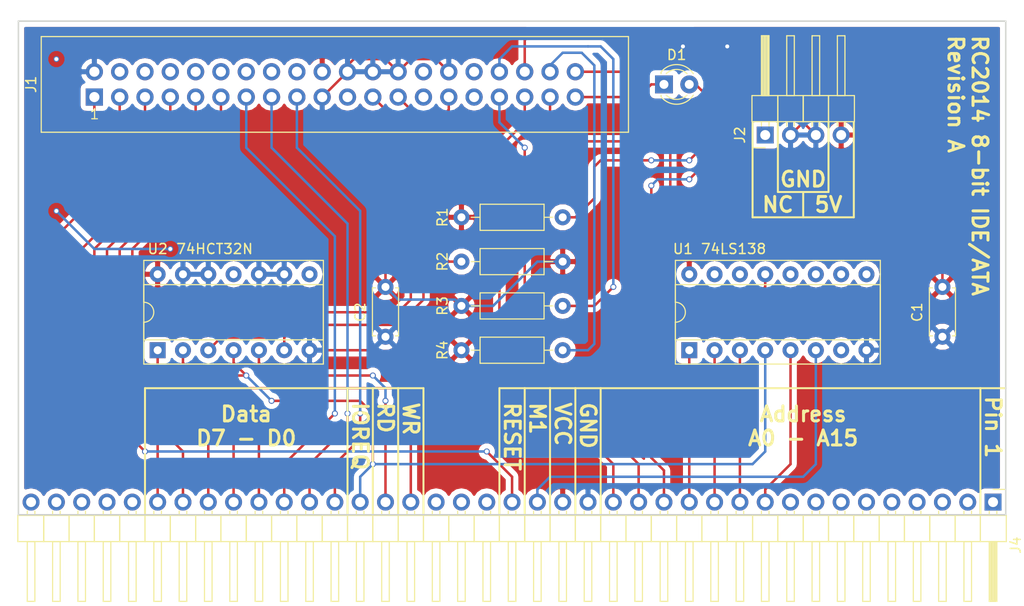
<source format=kicad_pcb>
(kicad_pcb (version 4) (host pcbnew 4.0.6)
  (layers (0 F.Cu signal) (31 B.Cu signal) (34 B.Paste user) (35 F.Paste user) (36 B.SilkS user) (37 F.SilkS user) (38 B.Mask user) (39 F.Mask user) (44 Edge.Cuts user))
  (net 0 "")
  (net 1 VCC)
  (net 2 GND)
  (net 3 BUSY)
  (net 4 "Net-(D1-Pad2)")
  (net 5 A3)
  (net 6 A4)
  (net 7 A5)
  (net 8 A6)
  (net 9 IOREQ)
  (net 10 PORT16)
  (net 11 M1)
  (net 12 RESET)
  (net 13 D0)
  (net 14 D1)
  (net 15 D2)
  (net 16 D3)
  (net 17 D4)
  (net 18 D5)
  (net 19 D6)
  (net 20 D7)
  (net 21 WR)
  (net 22 RD)
  (net 23 "Net-(J1-Pad29)")
  (net 24 A1)
  (net 25 "Net-(J1-Pad34)")
  (net 26 A0)
  (net 27 A2)
  (net 28 "Net-(J1-Pad38)")
  (net 29 /IOWR)
  (net 30 /IORD)
  (module Capacitors_THT:C_Disc_D4.7mm_W2.5mm_P5.00mm (layer F.Cu) (at 209.55 111.76 270)
    (fp_text reference C1 (at 2.54 2.54 270) (layer F.SilkS))
    (fp_text value 100nF)
    (pad 1 thru_hole circle (at 0 0 270) (size 1.6 1.6) (drill 0.8) (layers *.Cu *.Mask) (net 1 VCC))
    (pad 2 thru_hole circle (at 5 0 270) (size 1.6 1.6) (drill 0.8) (layers *.Cu *.Mask) (net 2 GND))
  )
  (module Connectors:IDC_Header_Straight_40pins (layer F.Cu) (at 124.46 92.71)
    (fp_text reference J1 (at -6.35 -1.27 90) (layer F.SilkS))
    (fp_text value CONN_02X20)
    (fp_text user 1 (at 0.02 1.72) (layer F.SilkS) (effects (font (thickness 0.12))))
    (pad 1 thru_hole rect (at 0 0) (size 1.7272 1.7272) (drill 1.016) (layers *.Cu *.Mask) (net 12 RESET))
    (pad 2 thru_hole oval (at 0 -2.54) (size 1.7272 1.7272) (drill 1.016) (layers *.Cu *.Mask) (net 2 GND))
    (pad 3 thru_hole oval (at 2.54 0) (size 1.7272 1.7272) (drill 1.016) (layers *.Cu *.Mask) (net 20 D7))
    (pad 4 thru_hole oval (at 2.54 -2.54) (size 1.7272 1.7272) (drill 1.016) (layers *.Cu *.Mask))
    (pad 5 thru_hole oval (at 5.08 0) (size 1.7272 1.7272) (drill 1.016) (layers *.Cu *.Mask) (net 19 D6))
    (pad 6 thru_hole oval (at 5.08 -2.54) (size 1.7272 1.7272) (drill 1.016) (layers *.Cu *.Mask))
    (pad 7 thru_hole oval (at 7.62 0) (size 1.7272 1.7272) (drill 1.016) (layers *.Cu *.Mask) (net 18 D5))
    (pad 8 thru_hole oval (at 7.62 -2.54) (size 1.7272 1.7272) (drill 1.016) (layers *.Cu *.Mask))
    (pad 9 thru_hole oval (at 10.16 0) (size 1.7272 1.7272) (drill 1.016) (layers *.Cu *.Mask) (net 17 D4))
    (pad 10 thru_hole oval (at 10.16 -2.54) (size 1.7272 1.7272) (drill 1.016) (layers *.Cu *.Mask))
    (pad 11 thru_hole oval (at 12.7 0) (size 1.7272 1.7272) (drill 1.016) (layers *.Cu *.Mask) (net 16 D3))
    (pad 12 thru_hole oval (at 12.7 -2.54) (size 1.7272 1.7272) (drill 1.016) (layers *.Cu *.Mask))
    (pad 13 thru_hole oval (at 15.24 0) (size 1.7272 1.7272) (drill 1.016) (layers *.Cu *.Mask) (net 15 D2))
    (pad 14 thru_hole oval (at 15.24 -2.54) (size 1.7272 1.7272) (drill 1.016) (layers *.Cu *.Mask))
    (pad 15 thru_hole oval (at 17.78 0) (size 1.7272 1.7272) (drill 1.016) (layers *.Cu *.Mask) (net 14 D1))
    (pad 16 thru_hole oval (at 17.78 -2.54) (size 1.7272 1.7272) (drill 1.016) (layers *.Cu *.Mask))
    (pad 17 thru_hole oval (at 20.32 0) (size 1.7272 1.7272) (drill 1.016) (layers *.Cu *.Mask) (net 13 D0))
    (pad 18 thru_hole oval (at 20.32 -2.54) (size 1.7272 1.7272) (drill 1.016) (layers *.Cu *.Mask))
    (pad 19 thru_hole oval (at 22.86 0) (size 1.7272 1.7272) (drill 1.016) (layers *.Cu *.Mask) (net 2 GND))
    (pad 20 thru_hole oval (at 22.86 -2.54) (size 1.7272 1.7272) (drill 1.016) (layers *.Cu *.Mask) (net 1 VCC))
    (pad 21 thru_hole oval (at 25.4 0) (size 1.7272 1.7272) (drill 1.016) (layers *.Cu *.Mask))
    (pad 22 thru_hole oval (at 25.4 -2.54) (size 1.7272 1.7272) (drill 1.016) (layers *.Cu *.Mask) (net 2 GND))
    (pad 23 thru_hole oval (at 27.94 0) (size 1.7272 1.7272) (drill 1.016) (layers *.Cu *.Mask) (net 29 /IOWR))
    (pad 24 thru_hole oval (at 27.94 -2.54) (size 1.7272 1.7272) (drill 1.016) (layers *.Cu *.Mask) (net 2 GND))
    (pad 25 thru_hole oval (at 30.48 0) (size 1.7272 1.7272) (drill 1.016) (layers *.Cu *.Mask) (net 30 /IORD))
    (pad 26 thru_hole oval (at 30.48 -2.54) (size 1.7272 1.7272) (drill 1.016) (layers *.Cu *.Mask) (net 2 GND))
    (pad 27 thru_hole oval (at 33.02 0) (size 1.7272 1.7272) (drill 1.016) (layers *.Cu *.Mask))
    (pad 28 thru_hole oval (at 33.02 -2.54) (size 1.7272 1.7272) (drill 1.016) (layers *.Cu *.Mask))
    (pad 29 thru_hole oval (at 35.56 0) (size 1.7272 1.7272) (drill 1.016) (layers *.Cu *.Mask) (net 23 "Net-(J1-Pad29)"))
    (pad 30 thru_hole oval (at 35.56 -2.54) (size 1.7272 1.7272) (drill 1.016) (layers *.Cu *.Mask) (net 2 GND))
    (pad 31 thru_hole oval (at 38.1 0) (size 1.7272 1.7272) (drill 1.016) (layers *.Cu *.Mask))
    (pad 32 thru_hole oval (at 38.1 -2.54) (size 1.7272 1.7272) (drill 1.016) (layers *.Cu *.Mask))
    (pad 33 thru_hole oval (at 40.64 0) (size 1.7272 1.7272) (drill 1.016) (layers *.Cu *.Mask) (net 24 A1))
    (pad 34 thru_hole oval (at 40.64 -2.54) (size 1.7272 1.7272) (drill 1.016) (layers *.Cu *.Mask) (net 25 "Net-(J1-Pad34)"))
    (pad 35 thru_hole oval (at 43.18 0) (size 1.7272 1.7272) (drill 1.016) (layers *.Cu *.Mask) (net 26 A0))
    (pad 36 thru_hole oval (at 43.18 -2.54) (size 1.7272 1.7272) (drill 1.016) (layers *.Cu *.Mask) (net 27 A2))
    (pad 37 thru_hole oval (at 45.72 0) (size 1.7272 1.7272) (drill 1.016) (layers *.Cu *.Mask) (net 10 PORT16))
    (pad 38 thru_hole oval (at 45.72 -2.54) (size 1.7272 1.7272) (drill 1.016) (layers *.Cu *.Mask) (net 28 "Net-(J1-Pad38)"))
    (pad 39 thru_hole oval (at 48.26 0) (size 1.7272 1.7272) (drill 1.016) (layers *.Cu *.Mask) (net 3 BUSY))
    (pad 40 thru_hole oval (at 48.26 -2.54) (size 1.7272 1.7272) (drill 1.016) (layers *.Cu *.Mask) (net 2 GND))
  )
  (module Pin_Headers:Pin_Header_Angled_1x04_Pitch2.54mm (layer F.Cu) (at 191.77 96.52 90)
    (fp_text reference J2 (at 0 -2.54 90) (layer F.SilkS))
    (fp_text value "Device power")
    (pad 1 thru_hole rect (at 0 0 90) (size 1.7 1.7) (drill 1) (layers *.Cu *.Mask))
    (pad 2 thru_hole oval (at 0 2.54 90) (size 1.7 1.7) (drill 1) (layers *.Cu *.Mask) (net 2 GND))
    (pad 3 thru_hole oval (at 0 5.08 90) (size 1.7 1.7) (drill 1) (layers *.Cu *.Mask) (net 2 GND))
    (pad 4 thru_hole oval (at 0 7.62 90) (size 1.7 1.7) (drill 1) (layers *.Cu *.Mask) (net 1 VCC))
  )
  (module Pin_Headers:Pin_Header_Angled_1x39_Pitch2.54mm (layer F.Cu) (at 214.63 133.35 270)
    (fp_text reference J4 (at 4.315 -2.27 270) (layer F.SilkS))
    (fp_text value CONN_01X39)
    (pad 1 thru_hole rect (at 0 0 270) (size 1.7 1.7) (drill 1) (layers *.Cu *.Mask))
    (pad 2 thru_hole oval (at 0 2.54 270) (size 1.7 1.7) (drill 1) (layers *.Cu *.Mask))
    (pad 3 thru_hole oval (at 0 5.08 270) (size 1.7 1.7) (drill 1) (layers *.Cu *.Mask))
    (pad 4 thru_hole oval (at 0 7.62 270) (size 1.7 1.7) (drill 1) (layers *.Cu *.Mask))
    (pad 5 thru_hole oval (at 0 10.16 270) (size 1.7 1.7) (drill 1) (layers *.Cu *.Mask))
    (pad 6 thru_hole oval (at 0 12.7 270) (size 1.7 1.7) (drill 1) (layers *.Cu *.Mask))
    (pad 7 thru_hole oval (at 0 15.24 270) (size 1.7 1.7) (drill 1) (layers *.Cu *.Mask))
    (pad 8 thru_hole oval (at 0 17.78 270) (size 1.7 1.7) (drill 1) (layers *.Cu *.Mask))
    (pad 9 thru_hole oval (at 0 20.32 270) (size 1.7 1.7) (drill 1) (layers *.Cu *.Mask))
    (pad 10 thru_hole oval (at 0 22.86 270) (size 1.7 1.7) (drill 1) (layers *.Cu *.Mask) (net 8 A6))
    (pad 11 thru_hole oval (at 0 25.4 270) (size 1.7 1.7) (drill 1) (layers *.Cu *.Mask) (net 7 A5))
    (pad 12 thru_hole oval (at 0 27.94 270) (size 1.7 1.7) (drill 1) (layers *.Cu *.Mask) (net 6 A4))
    (pad 13 thru_hole oval (at 0 30.48 270) (size 1.7 1.7) (drill 1) (layers *.Cu *.Mask) (net 5 A3))
    (pad 14 thru_hole oval (at 0 33.02 270) (size 1.7 1.7) (drill 1) (layers *.Cu *.Mask) (net 27 A2))
    (pad 15 thru_hole oval (at 0 35.56 270) (size 1.7 1.7) (drill 1) (layers *.Cu *.Mask) (net 24 A1))
    (pad 16 thru_hole oval (at 0 38.1 270) (size 1.7 1.7) (drill 1) (layers *.Cu *.Mask) (net 26 A0))
    (pad 17 thru_hole oval (at 0 40.64 270) (size 1.7 1.7) (drill 1) (layers *.Cu *.Mask) (net 2 GND))
    (pad 18 thru_hole oval (at 0 43.18 270) (size 1.7 1.7) (drill 1) (layers *.Cu *.Mask) (net 1 VCC))
    (pad 19 thru_hole oval (at 0 45.72 270) (size 1.7 1.7) (drill 1) (layers *.Cu *.Mask) (net 11 M1))
    (pad 20 thru_hole oval (at 0 48.26 270) (size 1.7 1.7) (drill 1) (layers *.Cu *.Mask) (net 12 RESET))
    (pad 21 thru_hole oval (at 0 50.8 270) (size 1.7 1.7) (drill 1) (layers *.Cu *.Mask))
    (pad 22 thru_hole oval (at 0 53.34 270) (size 1.7 1.7) (drill 1) (layers *.Cu *.Mask))
    (pad 23 thru_hole oval (at 0 55.88 270) (size 1.7 1.7) (drill 1) (layers *.Cu *.Mask))
    (pad 24 thru_hole oval (at 0 58.42 270) (size 1.7 1.7) (drill 1) (layers *.Cu *.Mask) (net 21 WR))
    (pad 25 thru_hole oval (at 0 60.96 270) (size 1.7 1.7) (drill 1) (layers *.Cu *.Mask) (net 22 RD))
    (pad 26 thru_hole oval (at 0 63.5 270) (size 1.7 1.7) (drill 1) (layers *.Cu *.Mask) (net 9 IOREQ))
    (pad 27 thru_hole oval (at 0 66.04 270) (size 1.7 1.7) (drill 1) (layers *.Cu *.Mask) (net 13 D0))
    (pad 28 thru_hole oval (at 0 68.58 270) (size 1.7 1.7) (drill 1) (layers *.Cu *.Mask) (net 14 D1))
    (pad 29 thru_hole oval (at 0 71.12 270) (size 1.7 1.7) (drill 1) (layers *.Cu *.Mask) (net 15 D2))
    (pad 30 thru_hole oval (at 0 73.66 270) (size 1.7 1.7) (drill 1) (layers *.Cu *.Mask) (net 16 D3))
    (pad 31 thru_hole oval (at 0 76.2 270) (size 1.7 1.7) (drill 1) (layers *.Cu *.Mask) (net 17 D4))
    (pad 32 thru_hole oval (at 0 78.74 270) (size 1.7 1.7) (drill 1) (layers *.Cu *.Mask) (net 18 D5))
    (pad 33 thru_hole oval (at 0 81.28 270) (size 1.7 1.7) (drill 1) (layers *.Cu *.Mask) (net 19 D6))
    (pad 34 thru_hole oval (at 0 83.82 270) (size 1.7 1.7) (drill 1) (layers *.Cu *.Mask) (net 20 D7))
    (pad 35 thru_hole oval (at 0 86.36 270) (size 1.7 1.7) (drill 1) (layers *.Cu *.Mask))
    (pad 36 thru_hole oval (at 0 88.9 270) (size 1.7 1.7) (drill 1) (layers *.Cu *.Mask))
    (pad 37 thru_hole oval (at 0 91.44 270) (size 1.7 1.7) (drill 1) (layers *.Cu *.Mask))
    (pad 38 thru_hole oval (at 0 93.98 270) (size 1.7 1.7) (drill 1) (layers *.Cu *.Mask))
    (pad 39 thru_hole oval (at 0 96.52 270) (size 1.7 1.7) (drill 1) (layers *.Cu *.Mask))
  )
  (module Resistors_THT:R_Axial_DIN0207_L6.3mm_D2.5mm_P10.16mm_Horizontal (layer F.Cu) (at 171.45 104.775 180)
    (fp_text reference R1 (at 12.065 0 270) (layer F.SilkS))
    (fp_text value 330)
    (pad 1 thru_hole circle (at 0 0 180) (size 1.6 1.6) (drill 0.8) (layers *.Cu *.Mask) (net 4 "Net-(D1-Pad2)"))
    (pad 2 thru_hole oval (at 10.16 0 180) (size 1.6 1.6) (drill 0.8) (layers *.Cu *.Mask) (net 1 VCC))
  )
  (module Resistors_THT:R_Axial_DIN0207_L6.3mm_D2.5mm_P10.16mm_Horizontal (layer F.Cu) (at 161.29 109.22)
    (fp_text reference R2 (at -1.905 0 90) (layer F.SilkS))
    (fp_text value 1k)
    (pad 1 thru_hole circle (at 0 0) (size 1.6 1.6) (drill 0.8) (layers *.Cu *.Mask) (net 23 "Net-(J1-Pad29)"))
    (pad 2 thru_hole oval (at 10.16 0) (size 1.6 1.6) (drill 0.8) (layers *.Cu *.Mask) (net 1 VCC))
  )
  (module Resistors_THT:R_Axial_DIN0207_L6.3mm_D2.5mm_P10.16mm_Horizontal (layer F.Cu) (at 161.29 113.665)
    (fp_text reference R3 (at -1.905 0 90) (layer F.SilkS))
    (fp_text value 1k)
    (pad 1 thru_hole circle (at 0 0) (size 1.6 1.6) (drill 0.8) (layers *.Cu *.Mask) (net 1 VCC))
    (pad 2 thru_hole oval (at 10.16 0) (size 1.6 1.6) (drill 0.8) (layers *.Cu *.Mask) (net 25 "Net-(J1-Pad34)"))
  )
  (module Resistors_THT:R_Axial_DIN0207_L6.3mm_D2.5mm_P10.16mm_Horizontal (layer F.Cu) (at 161.29 118.11)
    (fp_text reference R4 (at -1.905 0 90) (layer F.SilkS))
    (fp_text value 1k)
    (pad 1 thru_hole circle (at 0 0) (size 1.6 1.6) (drill 0.8) (layers *.Cu *.Mask) (net 1 VCC))
    (pad 2 thru_hole oval (at 10.16 0) (size 1.6 1.6) (drill 0.8) (layers *.Cu *.Mask) (net 28 "Net-(J1-Pad38)"))
  )
  (module Housings_DIP:DIP-16_W7.62mm_Socket (layer F.Cu) (at 184.15 118.11 90)
    (fp_text reference U1 (at 10.16 -0.635 180) (layer F.SilkS))
    (fp_text value 74LS138 (at 10.16 4.445 180) (layer F.SilkS))
    (pad 1 thru_hole rect (at 0 0 90) (size 1.6 1.6) (drill 0.8) (layers *.Cu *.Mask) (net 5 A3))
    (pad 9 thru_hole oval (at 7.62 17.78 90) (size 1.6 1.6) (drill 0.8) (layers *.Cu *.Mask))
    (pad 2 thru_hole oval (at 0 2.54 90) (size 1.6 1.6) (drill 0.8) (layers *.Cu *.Mask) (net 6 A4))
    (pad 10 thru_hole oval (at 7.62 15.24 90) (size 1.6 1.6) (drill 0.8) (layers *.Cu *.Mask))
    (pad 3 thru_hole oval (at 0 5.08 90) (size 1.6 1.6) (drill 0.8) (layers *.Cu *.Mask) (net 7 A5))
    (pad 11 thru_hole oval (at 7.62 12.7 90) (size 1.6 1.6) (drill 0.8) (layers *.Cu *.Mask))
    (pad 4 thru_hole oval (at 0 7.62 90) (size 1.6 1.6) (drill 0.8) (layers *.Cu *.Mask) (net 9 IOREQ))
    (pad 12 thru_hole oval (at 7.62 10.16 90) (size 1.6 1.6) (drill 0.8) (layers *.Cu *.Mask))
    (pad 5 thru_hole oval (at 0 10.16 90) (size 1.6 1.6) (drill 0.8) (layers *.Cu *.Mask) (net 8 A6))
    (pad 13 thru_hole oval (at 7.62 7.62 90) (size 1.6 1.6) (drill 0.8) (layers *.Cu *.Mask) (net 10 PORT16))
    (pad 6 thru_hole oval (at 0 12.7 90) (size 1.6 1.6) (drill 0.8) (layers *.Cu *.Mask) (net 11 M1))
    (pad 14 thru_hole oval (at 7.62 5.08 90) (size 1.6 1.6) (drill 0.8) (layers *.Cu *.Mask))
    (pad 7 thru_hole oval (at 0 15.24 90) (size 1.6 1.6) (drill 0.8) (layers *.Cu *.Mask))
    (pad 15 thru_hole oval (at 7.62 2.54 90) (size 1.6 1.6) (drill 0.8) (layers *.Cu *.Mask))
    (pad 8 thru_hole oval (at 0 17.78 90) (size 1.6 1.6) (drill 0.8) (layers *.Cu *.Mask) (net 2 GND))
    (pad 16 thru_hole oval (at 7.62 0 90) (size 1.6 1.6) (drill 0.8) (layers *.Cu *.Mask) (net 1 VCC))
  )
  (module LEDs:LED_D3.0mm (layer F.Cu) (at 181.61 91.44)
    (fp_text reference D1 (at 1.27 -2.96) (layer F.SilkS))
    (fp_text value LED)
    (pad 1 thru_hole rect (at 0 0) (size 1.8 1.8) (drill 0.9) (layers *.Cu *.Mask) (net 3 BUSY))
    (pad 2 thru_hole circle (at 2.54 0) (size 1.8 1.8) (drill 0.9) (layers *.Cu *.Mask) (net 4 "Net-(D1-Pad2)"))
  )
  (module Capacitors_THT:C_Disc_D4.7mm_W2.5mm_P5.00mm (layer F.Cu) (at 153.67 111.76 270)
    (fp_text reference C2 (at 2.54 2.54 270) (layer F.SilkS))
    (fp_text value 100nF)
    (pad 1 thru_hole circle (at 0 0 270) (size 1.6 1.6) (drill 0.8) (layers *.Cu *.Mask) (net 1 VCC))
    (pad 2 thru_hole circle (at 5 0 270) (size 1.6 1.6) (drill 0.8) (layers *.Cu *.Mask) (net 2 GND))
  )
  (module Housings_DIP:DIP-14_W7.62mm_Socket (layer F.Cu) (at 130.81 118.11 90)
    (fp_text reference U2 (at 10.16 0 180) (layer F.SilkS))
    (fp_text value 74HCT32N (at 10.16 5.715 180) (layer F.SilkS))
    (pad 1 thru_hole rect (at 0 0 90) (size 1.6 1.6) (drill 0.8) (layers *.Cu *.Mask) (net 21 WR))
    (pad 8 thru_hole oval (at 7.62 15.24 90) (size 1.6 1.6) (drill 0.8) (layers *.Cu *.Mask))
    (pad 2 thru_hole oval (at 0 2.54 90) (size 1.6 1.6) (drill 0.8) (layers *.Cu *.Mask) (net 9 IOREQ))
    (pad 9 thru_hole oval (at 7.62 12.7 90) (size 1.6 1.6) (drill 0.8) (layers *.Cu *.Mask) (net 2 GND))
    (pad 3 thru_hole oval (at 0 5.08 90) (size 1.6 1.6) (drill 0.8) (layers *.Cu *.Mask) (net 29 /IOWR))
    (pad 10 thru_hole oval (at 7.62 10.16 90) (size 1.6 1.6) (drill 0.8) (layers *.Cu *.Mask) (net 2 GND))
    (pad 4 thru_hole oval (at 0 7.62 90) (size 1.6 1.6) (drill 0.8) (layers *.Cu *.Mask) (net 9 IOREQ))
    (pad 11 thru_hole oval (at 7.62 7.62 90) (size 1.6 1.6) (drill 0.8) (layers *.Cu *.Mask))
    (pad 5 thru_hole oval (at 0 10.16 90) (size 1.6 1.6) (drill 0.8) (layers *.Cu *.Mask) (net 22 RD))
    (pad 12 thru_hole oval (at 7.62 5.08 90) (size 1.6 1.6) (drill 0.8) (layers *.Cu *.Mask) (net 2 GND))
    (pad 6 thru_hole oval (at 0 12.7 90) (size 1.6 1.6) (drill 0.8) (layers *.Cu *.Mask) (net 30 /IORD))
    (pad 13 thru_hole oval (at 7.62 2.54 90) (size 1.6 1.6) (drill 0.8) (layers *.Cu *.Mask) (net 2 GND))
    (pad 7 thru_hole oval (at 0 15.24 90) (size 1.6 1.6) (drill 0.8) (layers *.Cu *.Mask) (net 2 GND))
    (pad 14 thru_hole oval (at 7.62 0 90) (size 1.6 1.6) (drill 0.8) (layers *.Cu *.Mask) (net 1 VCC))
  )
  (gr_line (start 190.5 104.775) (end 190.5 95.25) (angle 90) (layer F.SilkS) (width 0.2))
  (gr_line (start 200.66 104.775) (end 200.66 95.25) (angle 90) (layer F.SilkS) (width 0.2))
  (gr_line (start 190.5 104.775) (end 200.66 104.775) (angle 90) (layer F.SilkS) (width 0.2))
  (gr_line (start 195.58 104.775) (end 195.58 102.235) (angle 90) (layer F.SilkS) (width 0.2))
  (gr_line (start 198.12 102.235) (end 198.12 95.25) (angle 90) (layer F.SilkS) (width 0.2))
  (gr_line (start 193.04 102.235) (end 193.04 95.25) (angle 90) (layer F.SilkS) (width 0.2))
  (gr_line (start 198.12 102.235) (end 193.04 102.235) (angle 90) (layer F.SilkS) (width 0.2))
  (gr_text "RC2014 8-bit IDE/ATA\nRevision A" (at 212.09 86.36 270) (layer F.SilkS) (effects (font (size 1.5 1.5) (thickness 0.3)) (justify left)))
  (gr_text NC (at 193.04 103.505) (layer F.SilkS) (effects (font (size 1.5 1.5) (thickness 0.3))))
  (gr_text 5V (at 198.12 103.505) (layer F.SilkS) (effects (font (size 1.5 1.5) (thickness 0.3))))
  (gr_text GND (at 195.58 100.965) (layer F.SilkS) (effects (font (size 1.5 1.5) (thickness 0.3))))
  (gr_text IOREQ (at 151.13 123.19 270) (layer F.SilkS) (effects (font (size 1.5 1.5) (thickness 0.3)) (justify left)))
  (gr_text RD (at 153.67 123.19 270) (layer F.SilkS) (effects (font (size 1.5 1.5) (thickness 0.3)) (justify left)))
  (gr_text WR (at 156.21 123.19 270) (layer F.SilkS) (effects (font (size 1.5 1.5) (thickness 0.3)) (justify left)))
  (gr_text RESET (at 166.37 123.19 270) (layer F.SilkS) (effects (font (size 1.5 1.5) (thickness 0.3)) (justify left)))
  (gr_text M1 (at 168.91 123.19 270) (layer F.SilkS) (effects (font (size 1.5 1.5) (thickness 0.3)) (justify left)))
  (gr_text VCC (at 171.45 123.19 270) (layer F.SilkS) (effects (font (size 1.5 1.5) (thickness 0.3)) (justify left)))
  (gr_text GND (at 173.99 123.19 270) (layer F.SilkS) (effects (font (size 1.5 1.5) (thickness 0.3)) (justify left)))
  (gr_text "Data\nD7 - D0" (at 139.7 125.73) (layer F.SilkS) (effects (font (size 1.5 1.5) (thickness 0.3))))
  (gr_text "Address\nA0 - A15" (at 195.58 125.73) (layer F.SilkS) (effects (font (size 1.5 1.5) (thickness 0.3))))
  (gr_line (start 129.54 121.92) (end 129.54 134.62) (angle 90) (layer F.SilkS) (width 0.2))
  (gr_line (start 149.86 121.92) (end 129.54 121.92) (angle 90) (layer F.SilkS) (width 0.2))
  (gr_line (start 149.86 121.92) (end 149.86 134.62) (angle 90) (layer F.SilkS) (width 0.2))
  (gr_line (start 152.4 121.92) (end 149.86 121.92) (angle 90) (layer F.SilkS) (width 0.2))
  (gr_line (start 152.4 121.92) (end 152.4 134.62) (angle 90) (layer F.SilkS) (width 0.2))
  (gr_line (start 154.94 121.92) (end 152.4 121.92) (angle 90) (layer F.SilkS) (width 0.2))
  (gr_line (start 154.94 121.92) (end 154.94 134.62) (angle 90) (layer F.SilkS) (width 0.2))
  (gr_line (start 157.48 121.92) (end 154.94 121.92) (angle 90) (layer F.SilkS) (width 0.2))
  (gr_line (start 157.48 134.62) (end 157.48 121.92) (angle 90) (layer F.SilkS) (width 0.2))
  (gr_line (start 165.1 121.92) (end 167.64 121.92) (angle 90) (layer F.SilkS) (width 0.2))
  (gr_line (start 165.1 134.62) (end 165.1 121.92) (angle 90) (layer F.SilkS) (width 0.2))
  (gr_line (start 167.64 121.92) (end 170.18 121.92) (angle 90) (layer F.SilkS) (width 0.2))
  (gr_line (start 167.64 134.62) (end 167.64 121.92) (angle 90) (layer F.SilkS) (width 0.2))
  (gr_line (start 175.26 121.92) (end 213.36 121.92) (angle 90) (layer F.SilkS) (width 0.2))
  (gr_line (start 175.26 121.92) (end 175.26 134.62) (angle 90) (layer F.SilkS) (width 0.2))
  (gr_line (start 172.72 121.92) (end 175.26 121.92) (angle 90) (layer F.SilkS) (width 0.2))
  (gr_line (start 172.72 121.92) (end 172.72 134.62) (angle 90) (layer F.SilkS) (width 0.2))
  (gr_line (start 170.18 121.92) (end 172.72 121.92) (angle 90) (layer F.SilkS) (width 0.2))
  (gr_line (start 170.18 134.62) (end 170.18 121.92) (angle 90) (layer F.SilkS) (width 0.2))
  (gr_text "Pin 1" (at 214.63 122.555 270) (layer F.SilkS) (effects (font (size 1.5 1.5) (thickness 0.3)) (justify left)))
  (gr_line (start 213.36 121.92) (end 213.36 134.62) (angle 90) (layer F.SilkS) (width 0.2))
  (gr_line (start 215.9 121.92) (end 213.36 121.92) (angle 90) (layer F.SilkS) (width 0.2))
  (gr_line (start 116.84 85.09) (end 116.84 134.62) (angle 90) (layer Edge.Cuts) (width 0.15))
  (gr_line (start 215.9 85.09) (end 116.84 85.09) (angle 90) (layer Edge.Cuts) (width 0.15))
  (gr_line (start 215.9 134.62) (end 215.9 85.09) (angle 90) (layer Edge.Cuts) (width 0.15))
  (gr_line (start 116.84 134.62) (end 215.9 134.62) (angle 90) (layer Edge.Cuts) (width 0.15))
  (segment (start 153.67 111.76) (end 154.94 113.03) (width 0.25) (layer B.Cu) (net 1))
  (segment (start 160.655 113.03) (end 161.29 113.665) (width 0.25) (layer B.Cu) (net 1))
  (segment (start 154.94 113.03) (end 160.655 113.03) (width 0.25) (layer B.Cu) (net 1))
  (segment (start 120.65 104.14) (end 121.92 105.41) (width 0.25) (layer B.Cu) (net 1))
  (via (at 120.65 104.14) (size 0.6) (drill 0.4) (layers F.Cu B.Cu) (net 1))
  (segment (start 147.32 88.9) (end 146.05 87.63) (width 0.25) (layer F.Cu) (net 1))
  (segment (start 146.05 87.63) (end 121.92 87.63) (width 0.25) (layer F.Cu) (net 1))
  (segment (start 121.92 87.63) (end 120.65 88.9) (width 0.25) (layer F.Cu) (net 1))
  (via (at 120.65 88.9) (size 0.6) (drill 0.4) (layers F.Cu B.Cu) (net 1))
  (segment (start 147.32 90.17) (end 147.32 88.9) (width 0.25) (layer F.Cu) (net 1))
  (segment (start 120.65 99.695) (end 120.65 88.9) (width 0.25) (layer F.Cu) (net 1))
  (segment (start 120.65 104.14) (end 120.65 99.695) (width 0.25) (layer F.Cu) (net 1))
  (via (at 132.08 107.95) (size 0.6) (drill 0.4) (layers F.Cu B.Cu) (net 1))
  (segment (start 124.46 107.95) (end 132.08 107.95) (width 0.25) (layer B.Cu) (net 1))
  (segment (start 121.92 105.41) (end 124.46 107.95) (width 0.25) (layer B.Cu) (net 1))
  (segment (start 130.81 110.49) (end 130.81 109.22) (width 0.25) (layer F.Cu) (net 1))
  (segment (start 153.67 109.22) (end 153.67 111.76) (width 0.25) (layer F.Cu) (net 1))
  (segment (start 152.4 107.95) (end 153.67 109.22) (width 0.25) (layer F.Cu) (net 1))
  (segment (start 132.08 107.95) (end 152.4 107.95) (width 0.25) (layer F.Cu) (net 1))
  (segment (start 130.81 109.22) (end 132.08 107.95) (width 0.25) (layer F.Cu) (net 1))
  (segment (start 161.29 113.665) (end 164.465 113.665) (width 0.25) (layer B.Cu) (net 1))
  (segment (start 164.465 113.665) (end 168.91 109.22) (width 0.25) (layer B.Cu) (net 1))
  (segment (start 168.91 109.22) (end 171.45 109.22) (width 0.25) (layer B.Cu) (net 1))
  (segment (start 209.55 111.76) (end 209.55 109.22) (width 0.25) (layer F.Cu) (net 1))
  (segment (start 184.15 109.22) (end 184.15 110.49) (width 0.25) (layer F.Cu) (net 1))
  (segment (start 185.42 107.95) (end 184.15 109.22) (width 0.25) (layer F.Cu) (net 1))
  (segment (start 208.28 107.95) (end 185.42 107.95) (width 0.25) (layer F.Cu) (net 1))
  (segment (start 209.55 109.22) (end 208.28 107.95) (width 0.25) (layer F.Cu) (net 1))
  (segment (start 153.67 116.76) (end 153.67 116.84) (width 0.25) (layer F.Cu) (net 2))
  (segment (start 153.67 116.84) (end 152.4 118.11) (width 0.25) (layer F.Cu) (net 2))
  (segment (start 152.4 118.11) (end 146.05 118.11) (width 0.25) (layer F.Cu) (net 2))
  (segment (start 196.85 96.52) (end 195.58 95.25) (width 0.25) (layer F.Cu) (net 2))
  (segment (start 172.72 90.17) (end 178.435 90.17) (width 0.25) (layer F.Cu) (net 2))
  (segment (start 195.58 95.25) (end 194.31 96.52) (width 0.25) (layer F.Cu) (net 2))
  (segment (start 195.58 92.075) (end 195.58 95.25) (width 0.25) (layer F.Cu) (net 2))
  (segment (start 191.135 87.63) (end 195.58 92.075) (width 0.25) (layer F.Cu) (net 2))
  (segment (start 187.96 87.63) (end 191.135 87.63) (width 0.25) (layer F.Cu) (net 2))
  (via (at 187.96 87.63) (size 0.6) (drill 0.4) (layers F.Cu B.Cu) (net 2))
  (segment (start 183.515 87.63) (end 187.96 87.63) (width 0.25) (layer B.Cu) (net 2))
  (via (at 183.515 87.63) (size 0.6) (drill 0.4) (layers F.Cu B.Cu) (net 2))
  (segment (start 180.975 87.63) (end 183.515 87.63) (width 0.25) (layer F.Cu) (net 2))
  (segment (start 178.435 90.17) (end 180.975 87.63) (width 0.25) (layer F.Cu) (net 2))
  (segment (start 152.4 90.17) (end 152.4 88.9) (width 0.25) (layer F.Cu) (net 2))
  (segment (start 147.32 92.71) (end 149.86 90.17) (width 0.25) (layer F.Cu) (net 2))
  (segment (start 154.94 90.17) (end 153.67 88.9) (width 0.25) (layer F.Cu) (net 2))
  (segment (start 150.495 88.9) (end 149.86 89.535) (width 0.25) (layer F.Cu) (net 2))
  (segment (start 153.67 88.9) (end 152.4 88.9) (width 0.25) (layer F.Cu) (net 2))
  (segment (start 152.4 88.9) (end 150.495 88.9) (width 0.25) (layer F.Cu) (net 2))
  (segment (start 149.86 89.535) (end 149.86 90.17) (width 0.25) (layer F.Cu) (net 2))
  (segment (start 154.94 90.17) (end 156.21 88.9) (width 0.25) (layer F.Cu) (net 2))
  (segment (start 158.75 88.9) (end 160.02 90.17) (width 0.25) (layer F.Cu) (net 2))
  (segment (start 156.21 88.9) (end 158.75 88.9) (width 0.25) (layer F.Cu) (net 2))
  (segment (start 201.93 118.11) (end 208.28 118.11) (width 0.25) (layer F.Cu) (net 2))
  (segment (start 208.28 118.11) (end 209.55 116.84) (width 0.25) (layer F.Cu) (net 2))
  (segment (start 209.55 116.84) (end 209.55 116.76) (width 0.25) (layer F.Cu) (net 2))
  (segment (start 172.72 92.71) (end 179.07 92.71) (width 0.25) (layer F.Cu) (net 3))
  (segment (start 180.34 91.44) (end 181.61 91.44) (width 0.25) (layer F.Cu) (net 3))
  (segment (start 179.07 92.71) (end 180.34 91.44) (width 0.25) (layer F.Cu) (net 3))
  (segment (start 171.45 104.775) (end 172.72 104.775) (width 0.25) (layer F.Cu) (net 4))
  (segment (start 186.055 92.71) (end 184.785 91.44) (width 0.25) (layer F.Cu) (net 4))
  (segment (start 186.055 97.155) (end 186.055 92.71) (width 0.25) (layer F.Cu) (net 4))
  (segment (start 184.15 99.06) (end 186.055 97.155) (width 0.25) (layer F.Cu) (net 4))
  (via (at 184.15 99.06) (size 0.6) (drill 0.4) (layers F.Cu B.Cu) (net 4))
  (segment (start 180.34 99.06) (end 184.15 99.06) (width 0.25) (layer B.Cu) (net 4))
  (via (at 180.34 99.06) (size 0.6) (drill 0.4) (layers F.Cu B.Cu) (net 4))
  (segment (start 175.26 99.06) (end 180.34 99.06) (width 0.25) (layer F.Cu) (net 4))
  (segment (start 174.625 99.695) (end 175.26 99.06) (width 0.25) (layer F.Cu) (net 4))
  (segment (start 174.625 102.87) (end 174.625 99.695) (width 0.25) (layer F.Cu) (net 4))
  (segment (start 172.72 104.775) (end 174.625 102.87) (width 0.25) (layer F.Cu) (net 4))
  (segment (start 184.785 91.44) (end 184.15 91.44) (width 0.25) (layer F.Cu) (net 4))
  (segment (start 184.15 133.35) (end 184.15 118.11) (width 0.25) (layer F.Cu) (net 5))
  (segment (start 186.69 118.11) (end 186.69 133.35) (width 0.25) (layer F.Cu) (net 6))
  (segment (start 189.23 133.35) (end 189.23 118.11) (width 0.25) (layer F.Cu) (net 7))
  (segment (start 191.77 133.35) (end 191.77 132.08) (width 0.25) (layer F.Cu) (net 8))
  (segment (start 194.31 129.54) (end 194.31 118.11) (width 0.25) (layer F.Cu) (net 8))
  (segment (start 191.77 132.08) (end 194.31 129.54) (width 0.25) (layer F.Cu) (net 8))
  (segment (start 133.35 118.11) (end 133.35 119.38) (width 0.25) (layer F.Cu) (net 9))
  (segment (start 134.62 120.65) (end 139.7 120.65) (width 0.25) (layer F.Cu) (net 9))
  (segment (start 133.35 119.38) (end 134.62 120.65) (width 0.25) (layer F.Cu) (net 9))
  (segment (start 138.43 118.11) (end 138.43 119.38) (width 0.25) (layer F.Cu) (net 9))
  (via (at 152.4 129.54) (size 0.6) (drill 0.4) (layers F.Cu B.Cu) (net 9))
  (segment (start 152.4 124.46) (end 152.4 129.54) (width 0.25) (layer F.Cu) (net 9))
  (segment (start 151.13 123.19) (end 152.4 124.46) (width 0.25) (layer F.Cu) (net 9))
  (segment (start 142.24 123.19) (end 151.13 123.19) (width 0.25) (layer F.Cu) (net 9))
  (via (at 142.24 123.19) (size 0.6) (drill 0.4) (layers F.Cu B.Cu) (net 9))
  (segment (start 139.7 120.65) (end 142.24 123.19) (width 0.25) (layer B.Cu) (net 9))
  (via (at 139.7 120.65) (size 0.6) (drill 0.4) (layers F.Cu B.Cu) (net 9))
  (segment (start 138.43 119.38) (end 139.7 120.65) (width 0.25) (layer F.Cu) (net 9))
  (segment (start 191.77 118.11) (end 191.77 128.27) (width 0.25) (layer B.Cu) (net 9))
  (segment (start 151.13 130.81) (end 151.13 133.35) (width 0.25) (layer B.Cu) (net 9))
  (segment (start 152.4 129.54) (end 151.13 130.81) (width 0.25) (layer B.Cu) (net 9))
  (segment (start 190.5 129.54) (end 152.4 129.54) (width 0.25) (layer B.Cu) (net 9))
  (segment (start 191.77 128.27) (end 190.5 129.54) (width 0.25) (layer B.Cu) (net 9))
  (segment (start 191.77 110.49) (end 191.77 111.76) (width 0.25) (layer F.Cu) (net 10))
  (segment (start 170.18 96.52) (end 170.18 92.71) (width 0.25) (layer F.Cu) (net 10))
  (segment (start 170.815 97.155) (end 170.18 96.52) (width 0.25) (layer F.Cu) (net 10))
  (segment (start 181.61 97.155) (end 170.815 97.155) (width 0.25) (layer F.Cu) (net 10))
  (segment (start 182.245 97.79) (end 181.61 97.155) (width 0.25) (layer F.Cu) (net 10))
  (segment (start 182.245 112.395) (end 182.245 97.79) (width 0.25) (layer F.Cu) (net 10))
  (segment (start 191.135 112.395) (end 182.245 112.395) (width 0.25) (layer F.Cu) (net 10))
  (segment (start 191.77 111.76) (end 191.135 112.395) (width 0.25) (layer F.Cu) (net 10))
  (segment (start 168.91 133.35) (end 168.91 132.08) (width 0.25) (layer B.Cu) (net 11))
  (segment (start 196.85 129.54) (end 196.85 118.11) (width 0.25) (layer B.Cu) (net 11))
  (segment (start 195.58 130.81) (end 196.85 129.54) (width 0.25) (layer B.Cu) (net 11))
  (segment (start 170.18 130.81) (end 195.58 130.81) (width 0.25) (layer B.Cu) (net 11))
  (segment (start 168.91 132.08) (end 170.18 130.81) (width 0.25) (layer B.Cu) (net 11))
  (via (at 129.54 128.27) (size 0.6) (drill 0.4) (layers F.Cu B.Cu) (net 12))
  (segment (start 124.46 92.71) (end 124.46 102.87) (width 0.25) (layer F.Cu) (net 12))
  (segment (start 120.65 106.68) (end 124.46 102.87) (width 0.25) (layer F.Cu) (net 12))
  (segment (start 120.65 119.38) (end 120.65 106.68) (width 0.25) (layer F.Cu) (net 12))
  (segment (start 120.65 119.38) (end 129.54 128.27) (width 0.25) (layer F.Cu) (net 12))
  (segment (start 166.37 133.35) (end 166.37 130.81) (width 0.25) (layer F.Cu) (net 12))
  (segment (start 163.83 128.27) (end 129.54 128.27) (width 0.25) (layer B.Cu) (net 12))
  (via (at 163.83 128.27) (size 0.6) (drill 0.4) (layers F.Cu B.Cu) (net 12))
  (segment (start 166.37 130.81) (end 163.83 128.27) (width 0.25) (layer F.Cu) (net 12))
  (segment (start 148.59 133.35) (end 148.59 129.54) (width 0.25) (layer F.Cu) (net 13))
  (segment (start 144.78 97.79) (end 144.78 92.71) (width 0.25) (layer B.Cu) (net 13))
  (segment (start 151.13 104.14) (end 144.78 97.79) (width 0.25) (layer B.Cu) (net 13))
  (segment (start 151.13 124.46) (end 151.13 104.14) (width 0.25) (layer B.Cu) (net 13))
  (via (at 151.13 124.46) (size 0.6) (drill 0.4) (layers F.Cu B.Cu) (net 13))
  (segment (start 151.13 127) (end 151.13 124.46) (width 0.25) (layer F.Cu) (net 13))
  (segment (start 148.59 129.54) (end 151.13 127) (width 0.25) (layer F.Cu) (net 13))
  (segment (start 146.05 133.35) (end 146.05 129.54) (width 0.25) (layer F.Cu) (net 14))
  (segment (start 142.24 97.79) (end 142.24 92.71) (width 0.25) (layer B.Cu) (net 14))
  (segment (start 149.86 105.41) (end 142.24 97.79) (width 0.25) (layer B.Cu) (net 14))
  (segment (start 149.86 124.46) (end 149.86 105.41) (width 0.25) (layer B.Cu) (net 14))
  (via (at 149.86 124.46) (size 0.6) (drill 0.4) (layers F.Cu B.Cu) (net 14))
  (segment (start 149.86 125.73) (end 149.86 124.46) (width 0.25) (layer F.Cu) (net 14))
  (segment (start 146.05 129.54) (end 149.86 125.73) (width 0.25) (layer F.Cu) (net 14))
  (segment (start 139.7 92.71) (end 139.7 97.79) (width 0.25) (layer B.Cu) (net 15))
  (segment (start 143.51 129.54) (end 143.51 133.35) (width 0.25) (layer F.Cu) (net 15))
  (segment (start 148.59 124.46) (end 143.51 129.54) (width 0.25) (layer F.Cu) (net 15))
  (via (at 148.59 124.46) (size 0.6) (drill 0.4) (layers F.Cu B.Cu) (net 15))
  (segment (start 148.59 106.68) (end 148.59 124.46) (width 0.25) (layer B.Cu) (net 15))
  (segment (start 139.7 97.79) (end 148.59 106.68) (width 0.25) (layer B.Cu) (net 15))
  (segment (start 140.97 133.35) (end 140.97 124.46) (width 0.25) (layer F.Cu) (net 16))
  (segment (start 137.16 104.14) (end 137.16 92.71) (width 0.25) (layer F.Cu) (net 16))
  (segment (start 135.89 105.41) (end 137.16 104.14) (width 0.25) (layer F.Cu) (net 16))
  (segment (start 130.81 105.41) (end 135.89 105.41) (width 0.25) (layer F.Cu) (net 16))
  (segment (start 128.27 107.95) (end 130.81 105.41) (width 0.25) (layer F.Cu) (net 16))
  (segment (start 128.27 119.38) (end 128.27 107.95) (width 0.25) (layer F.Cu) (net 16))
  (segment (start 132.08 123.19) (end 128.27 119.38) (width 0.25) (layer F.Cu) (net 16))
  (segment (start 139.7 123.19) (end 132.08 123.19) (width 0.25) (layer F.Cu) (net 16))
  (segment (start 140.97 124.46) (end 139.7 123.19) (width 0.25) (layer F.Cu) (net 16))
  (segment (start 134.62 92.71) (end 134.62 102.87) (width 0.25) (layer F.Cu) (net 17))
  (segment (start 138.43 125.73) (end 138.43 133.35) (width 0.25) (layer F.Cu) (net 17))
  (segment (start 137.16 124.46) (end 138.43 125.73) (width 0.25) (layer F.Cu) (net 17))
  (segment (start 132.08 124.46) (end 137.16 124.46) (width 0.25) (layer F.Cu) (net 17))
  (segment (start 127 119.38) (end 132.08 124.46) (width 0.25) (layer F.Cu) (net 17))
  (segment (start 127 107.95) (end 127 119.38) (width 0.25) (layer F.Cu) (net 17))
  (segment (start 130.81 104.14) (end 127 107.95) (width 0.25) (layer F.Cu) (net 17))
  (segment (start 133.35 104.14) (end 130.81 104.14) (width 0.25) (layer F.Cu) (net 17))
  (segment (start 134.62 102.87) (end 133.35 104.14) (width 0.25) (layer F.Cu) (net 17))
  (segment (start 135.89 133.35) (end 135.89 127) (width 0.25) (layer F.Cu) (net 18))
  (segment (start 132.08 101.6) (end 132.08 92.71) (width 0.25) (layer F.Cu) (net 18))
  (segment (start 130.81 102.87) (end 132.08 101.6) (width 0.25) (layer F.Cu) (net 18))
  (segment (start 125.73 107.95) (end 130.81 102.87) (width 0.25) (layer F.Cu) (net 18))
  (segment (start 125.73 119.38) (end 125.73 107.95) (width 0.25) (layer F.Cu) (net 18))
  (segment (start 132.08 125.73) (end 125.73 119.38) (width 0.25) (layer F.Cu) (net 18))
  (segment (start 134.62 125.73) (end 132.08 125.73) (width 0.25) (layer F.Cu) (net 18))
  (segment (start 135.89 127) (end 134.62 125.73) (width 0.25) (layer F.Cu) (net 18))
  (segment (start 133.35 133.35) (end 133.35 128.27) (width 0.25) (layer F.Cu) (net 19))
  (segment (start 129.54 102.87) (end 129.54 92.71) (width 0.25) (layer F.Cu) (net 19))
  (segment (start 124.46 107.95) (end 129.54 102.87) (width 0.25) (layer F.Cu) (net 19))
  (segment (start 124.46 119.38) (end 124.46 107.95) (width 0.25) (layer F.Cu) (net 19))
  (segment (start 132.08 127) (end 124.46 119.38) (width 0.25) (layer F.Cu) (net 19))
  (segment (start 133.35 128.27) (end 132.08 127) (width 0.25) (layer F.Cu) (net 19))
  (segment (start 127 92.71) (end 127 104.14) (width 0.25) (layer F.Cu) (net 20))
  (segment (start 130.81 127) (end 130.81 133.35) (width 0.25) (layer F.Cu) (net 20))
  (segment (start 123.19 119.38) (end 130.81 127) (width 0.25) (layer F.Cu) (net 20))
  (segment (start 123.19 107.95) (end 123.19 119.38) (width 0.25) (layer F.Cu) (net 20))
  (segment (start 127 104.14) (end 123.19 107.95) (width 0.25) (layer F.Cu) (net 20))
  (segment (start 130.81 118.11) (end 130.81 120.65) (width 0.25) (layer F.Cu) (net 21))
  (segment (start 156.21 123.19) (end 156.21 133.35) (width 0.25) (layer F.Cu) (net 21))
  (segment (start 154.94 121.92) (end 156.21 123.19) (width 0.25) (layer F.Cu) (net 21))
  (segment (start 132.08 121.92) (end 154.94 121.92) (width 0.25) (layer F.Cu) (net 21))
  (segment (start 130.81 120.65) (end 132.08 121.92) (width 0.25) (layer F.Cu) (net 21))
  (segment (start 140.97 118.11) (end 140.97 119.38) (width 0.25) (layer F.Cu) (net 22))
  (segment (start 153.67 123.19) (end 153.67 133.35) (width 0.25) (layer F.Cu) (net 22))
  (via (at 153.67 123.19) (size 0.6) (drill 0.4) (layers F.Cu B.Cu) (net 22))
  (segment (start 153.67 121.92) (end 153.67 123.19) (width 0.25) (layer B.Cu) (net 22))
  (segment (start 152.4 120.65) (end 153.67 121.92) (width 0.25) (layer B.Cu) (net 22))
  (via (at 152.4 120.65) (size 0.6) (drill 0.4) (layers F.Cu B.Cu) (net 22))
  (segment (start 142.24 120.65) (end 152.4 120.65) (width 0.25) (layer F.Cu) (net 22))
  (segment (start 140.97 119.38) (end 142.24 120.65) (width 0.25) (layer F.Cu) (net 22))
  (segment (start 161.29 109.22) (end 160.02 109.22) (width 0.25) (layer F.Cu) (net 23))
  (segment (start 160.02 93.98) (end 160.02 92.71) (width 0.25) (layer F.Cu) (net 23))
  (segment (start 158.75 95.25) (end 160.02 93.98) (width 0.25) (layer F.Cu) (net 23))
  (segment (start 158.75 107.95) (end 158.75 95.25) (width 0.25) (layer F.Cu) (net 23))
  (segment (start 160.02 109.22) (end 158.75 107.95) (width 0.25) (layer F.Cu) (net 23))
  (segment (start 179.07 133.35) (end 179.07 129.54) (width 0.25) (layer F.Cu) (net 24))
  (segment (start 165.1 95.25) (end 165.1 92.71) (width 0.25) (layer B.Cu) (net 24))
  (segment (start 167.64 97.79) (end 165.1 95.25) (width 0.25) (layer B.Cu) (net 24))
  (via (at 167.64 97.79) (size 0.6) (drill 0.4) (layers F.Cu B.Cu) (net 24))
  (segment (start 167.64 125.73) (end 167.64 97.79) (width 0.25) (layer F.Cu) (net 24))
  (segment (start 168.91 127) (end 167.64 125.73) (width 0.25) (layer F.Cu) (net 24))
  (segment (start 176.53 127) (end 168.91 127) (width 0.25) (layer F.Cu) (net 24))
  (segment (start 177.8 128.27) (end 176.53 127) (width 0.25) (layer F.Cu) (net 24))
  (segment (start 179.07 129.54) (end 177.8 128.27) (width 0.25) (layer F.Cu) (net 24))
  (segment (start 165.1 90.17) (end 165.1 88.9) (width 0.25) (layer B.Cu) (net 25))
  (segment (start 174.625 113.665) (end 171.45 113.665) (width 0.25) (layer F.Cu) (net 25))
  (segment (start 176.53 111.76) (end 174.625 113.665) (width 0.25) (layer F.Cu) (net 25))
  (via (at 176.53 111.76) (size 0.6) (drill 0.4) (layers F.Cu B.Cu) (net 25))
  (segment (start 176.53 88.9) (end 176.53 111.76) (width 0.25) (layer B.Cu) (net 25))
  (segment (start 175.26 87.63) (end 176.53 88.9) (width 0.25) (layer B.Cu) (net 25))
  (segment (start 173.99 87.63) (end 175.26 87.63) (width 0.25) (layer B.Cu) (net 25))
  (segment (start 166.37 87.63) (end 173.99 87.63) (width 0.25) (layer B.Cu) (net 25))
  (segment (start 165.1 88.9) (end 166.37 87.63) (width 0.25) (layer B.Cu) (net 25))
  (segment (start 176.53 133.35) (end 176.53 129.54) (width 0.25) (layer F.Cu) (net 26))
  (segment (start 167.64 95.25) (end 167.64 92.71) (width 0.25) (layer F.Cu) (net 26))
  (segment (start 165.1 97.79) (end 167.64 95.25) (width 0.25) (layer F.Cu) (net 26))
  (segment (start 165.1 127) (end 165.1 97.79) (width 0.25) (layer F.Cu) (net 26))
  (segment (start 166.37 128.27) (end 165.1 127) (width 0.25) (layer F.Cu) (net 26))
  (segment (start 175.26 128.27) (end 166.37 128.27) (width 0.25) (layer F.Cu) (net 26))
  (segment (start 176.53 129.54) (end 175.26 128.27) (width 0.25) (layer F.Cu) (net 26))
  (segment (start 181.61 133.35) (end 181.61 130.175) (width 0.25) (layer F.Cu) (net 27))
  (segment (start 167.64 86.995) (end 167.64 90.17) (width 0.25) (layer F.Cu) (net 27))
  (segment (start 168.275 86.36) (end 167.64 86.995) (width 0.25) (layer F.Cu) (net 27))
  (segment (start 184.15 86.36) (end 168.275 86.36) (width 0.25) (layer F.Cu) (net 27))
  (segment (start 187.96 90.17) (end 184.15 86.36) (width 0.25) (layer F.Cu) (net 27))
  (segment (start 187.96 97.155) (end 187.96 90.17) (width 0.25) (layer F.Cu) (net 27))
  (segment (start 184.15 100.965) (end 187.96 97.155) (width 0.25) (layer F.Cu) (net 27))
  (via (at 184.15 100.965) (size 0.6) (drill 0.4) (layers F.Cu B.Cu) (net 27))
  (segment (start 180.975 100.965) (end 184.15 100.965) (width 0.25) (layer B.Cu) (net 27))
  (segment (start 180.34 101.6) (end 180.975 100.965) (width 0.25) (layer B.Cu) (net 27))
  (via (at 180.34 101.6) (size 0.6) (drill 0.4) (layers F.Cu B.Cu) (net 27))
  (segment (start 180.34 128.905) (end 180.34 101.6) (width 0.25) (layer F.Cu) (net 27))
  (segment (start 181.61 130.175) (end 180.34 128.905) (width 0.25) (layer F.Cu) (net 27))
  (segment (start 170.18 90.17) (end 170.18 89.535) (width 0.25) (layer B.Cu) (net 28))
  (segment (start 170.18 89.535) (end 171.45 88.265) (width 0.25) (layer B.Cu) (net 28))
  (segment (start 171.45 88.265) (end 173.355 88.265) (width 0.25) (layer B.Cu) (net 28))
  (segment (start 173.355 88.265) (end 174.625 89.535) (width 0.25) (layer B.Cu) (net 28))
  (segment (start 174.625 89.535) (end 174.625 117.475) (width 0.25) (layer B.Cu) (net 28))
  (segment (start 174.625 117.475) (end 173.99 118.11) (width 0.25) (layer B.Cu) (net 28))
  (segment (start 173.99 118.11) (end 171.45 118.11) (width 0.25) (layer B.Cu) (net 28))
  (segment (start 135.89 118.11) (end 137.16 116.84) (width 0.25) (layer F.Cu) (net 29))
  (segment (start 156.21 96.52) (end 152.4 92.71) (width 0.25) (layer F.Cu) (net 29))
  (segment (start 156.21 113.03) (end 156.21 96.52) (width 0.25) (layer F.Cu) (net 29))
  (segment (start 154.94 114.3) (end 156.21 113.03) (width 0.25) (layer F.Cu) (net 29))
  (segment (start 144.78 114.3) (end 154.94 114.3) (width 0.25) (layer F.Cu) (net 29))
  (segment (start 142.24 116.84) (end 144.78 114.3) (width 0.25) (layer F.Cu) (net 29))
  (segment (start 137.16 116.84) (end 142.24 116.84) (width 0.25) (layer F.Cu) (net 29))
  (segment (start 143.51 118.11) (end 143.51 116.84) (width 0.25) (layer F.Cu) (net 30))
  (segment (start 157.48 95.25) (end 154.94 92.71) (width 0.25) (layer F.Cu) (net 30))
  (segment (start 157.48 113.03) (end 157.48 95.25) (width 0.25) (layer F.Cu) (net 30))
  (segment (start 154.94 115.57) (end 157.48 113.03) (width 0.25) (layer F.Cu) (net 30))
  (segment (start 144.78 115.57) (end 154.94 115.57) (width 0.25) (layer F.Cu) (net 30))
  (segment (start 143.51 116.84) (end 144.78 115.57) (width 0.25) (layer F.Cu) (net 30))
  (zone (net 2) (net_name GND) (layer B.Cu) (connect_pads (clearance 0.508)) (min_thickness 0.254) (fill yes (arc_segments 16) (thermal_gap 0.508) (thermal_bridge_width 0.508))
    (polygon (pts (xy 215.9 134.62) (xy 116.84 134.62) (xy 116.84 85.09) (xy 215.9 85.09)))
  )
  (zone (net 1) (net_name VCC) (layer F.Cu) (connect_pads (clearance 0.508)) (min_thickness 0.254) (fill yes (arc_segments 16) (thermal_gap 0.508) (thermal_bridge_width 0.508))
    (polygon (pts (xy 215.9 134.62) (xy 116.84 134.62) (xy 116.84 85.09) (xy 215.9 85.09)))
  )
)
</source>
